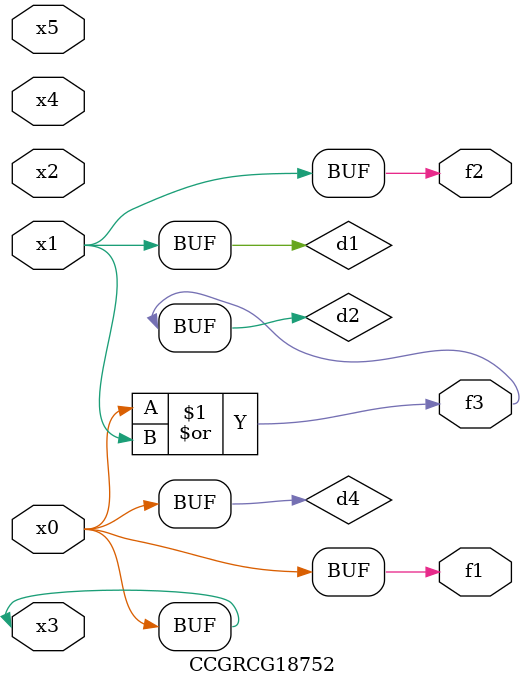
<source format=v>
module CCGRCG18752(
	input x0, x1, x2, x3, x4, x5,
	output f1, f2, f3
);

	wire d1, d2, d3, d4;

	and (d1, x1);
	or (d2, x0, x1);
	nand (d3, x0, x5);
	buf (d4, x0, x3);
	assign f1 = d4;
	assign f2 = d1;
	assign f3 = d2;
endmodule

</source>
